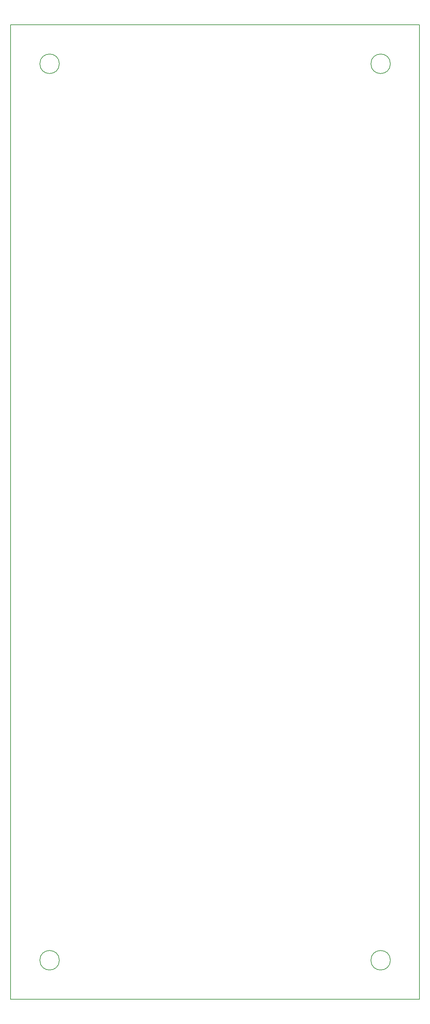
<source format=gbr>
G04 #@! TF.GenerationSoftware,KiCad,Pcbnew,(5.1.7)-1*
G04 #@! TF.CreationDate,2022-01-29T11:48:53-05:00*
G04 #@! TF.ProjectId,REV2_SPRING_2022,52455632-5f53-4505-9249-4e475f323032,rev?*
G04 #@! TF.SameCoordinates,Original*
G04 #@! TF.FileFunction,Profile,NP*
%FSLAX46Y46*%
G04 Gerber Fmt 4.6, Leading zero omitted, Abs format (unit mm)*
G04 Created by KiCad (PCBNEW (5.1.7)-1) date 2022-01-29 11:48:53*
%MOMM*%
%LPD*%
G01*
G04 APERTURE LIST*
G04 #@! TA.AperFunction,Profile*
%ADD10C,0.200000*%
G04 #@! TD*
G04 APERTURE END LIST*
D10*
X158750000Y-234250000D02*
G75*
G03*
X158750000Y-234250000I-2500000J0D01*
G01*
X158749999Y-4250000D02*
G75*
G03*
X158749999Y-4250000I-2500000J0D01*
G01*
X73750000Y-4250000D02*
G75*
G03*
X73750000Y-4250000I-2500000J0D01*
G01*
X73750000Y-234250000D02*
G75*
G03*
X73750000Y-234250000I-2500000J0D01*
G01*
X61250001Y-244250000D02*
X166250000Y-244250000D01*
X61250000Y5750000D02*
X61250001Y-244250000D01*
X166249999Y5750000D02*
X166250000Y-244250000D01*
X61250000Y5750000D02*
X166249999Y5750000D01*
M02*

</source>
